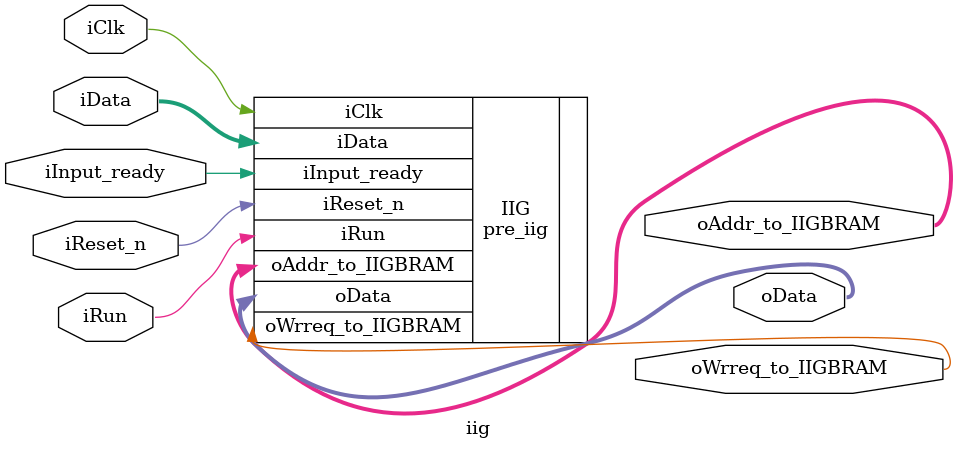
<source format=v>
module	iig (
				//Input
				input					iClk,
				input					iReset_n,
				input					iRun,
				input					iInput_ready,
				input		[7:0]		iData,
				//Output
				output					oWrreq_to_IIGBRAM,
				output		[12:0]		oAddr_to_IIGBRAM,
				output		[20:0]		oData
			);

pre_iig		IIG 	(
						//Input
						.iClk					(iClk),
						.iReset_n				(iReset_n),
						.iRun					(iRun),
						.iInput_ready			(iInput_ready),
						.iData					(iData),
						//Output
						.oWrreq_to_IIGBRAM		(oWrreq_to_IIGBRAM),
						.oAddr_to_IIGBRAM		(oAddr_to_IIGBRAM),
						.oData					(oData)
					);

endmodule

</source>
